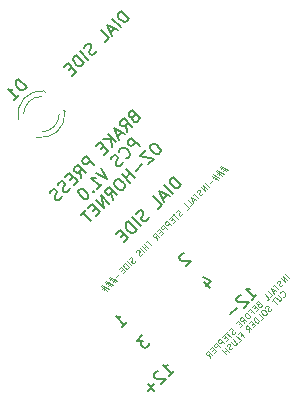
<source format=gbr>
%TF.GenerationSoftware,KiCad,Pcbnew,7.0.9*%
%TF.CreationDate,2024-01-20T09:14:40+10:00*%
%TF.ProjectId,BRAKE-PRES-V01,4252414b-452d-4505-9245-532d5630312e,rev?*%
%TF.SameCoordinates,Original*%
%TF.FileFunction,Legend,Bot*%
%TF.FilePolarity,Positive*%
%FSLAX46Y46*%
G04 Gerber Fmt 4.6, Leading zero omitted, Abs format (unit mm)*
G04 Created by KiCad (PCBNEW 7.0.9) date 2024-01-20 09:14:40*
%MOMM*%
%LPD*%
G01*
G04 APERTURE LIST*
%ADD10C,0.150000*%
%ADD11C,0.100000*%
%ADD12C,0.120000*%
G04 APERTURE END LIST*
D10*
X105750200Y-83328796D02*
X105312468Y-83766529D01*
X105312468Y-83766529D02*
X105817544Y-83800201D01*
X105817544Y-83800201D02*
X105716529Y-83901216D01*
X105716529Y-83901216D02*
X105682857Y-84002231D01*
X105682857Y-84002231D02*
X105682857Y-84069575D01*
X105682857Y-84069575D02*
X105716529Y-84170590D01*
X105716529Y-84170590D02*
X105884887Y-84338949D01*
X105884887Y-84338949D02*
X105985903Y-84372621D01*
X105985903Y-84372621D02*
X106053246Y-84372621D01*
X106053246Y-84372621D02*
X106154261Y-84338949D01*
X106154261Y-84338949D02*
X106356292Y-84136918D01*
X106356292Y-84136918D02*
X106389964Y-84035903D01*
X106389964Y-84035903D02*
X106389964Y-83968560D01*
X105023656Y-64825008D02*
X104956313Y-64959695D01*
X104956313Y-64959695D02*
X104956313Y-65027038D01*
X104956313Y-65027038D02*
X104989984Y-65128053D01*
X104989984Y-65128053D02*
X105091000Y-65229069D01*
X105091000Y-65229069D02*
X105192015Y-65262740D01*
X105192015Y-65262740D02*
X105259358Y-65262740D01*
X105259358Y-65262740D02*
X105360374Y-65229069D01*
X105360374Y-65229069D02*
X105629748Y-64959695D01*
X105629748Y-64959695D02*
X104922641Y-64252588D01*
X104922641Y-64252588D02*
X104686939Y-64488290D01*
X104686939Y-64488290D02*
X104653267Y-64589305D01*
X104653267Y-64589305D02*
X104653267Y-64656649D01*
X104653267Y-64656649D02*
X104686939Y-64757664D01*
X104686939Y-64757664D02*
X104754282Y-64825008D01*
X104754282Y-64825008D02*
X104855297Y-64858679D01*
X104855297Y-64858679D02*
X104922641Y-64858679D01*
X104922641Y-64858679D02*
X105023656Y-64825008D01*
X105023656Y-64825008D02*
X105259358Y-64589305D01*
X104518580Y-66070862D02*
X104417565Y-65498443D01*
X104922641Y-65666801D02*
X104215534Y-64959695D01*
X104215534Y-64959695D02*
X103946160Y-65229069D01*
X103946160Y-65229069D02*
X103912488Y-65330084D01*
X103912488Y-65330084D02*
X103912488Y-65397427D01*
X103912488Y-65397427D02*
X103946160Y-65498443D01*
X103946160Y-65498443D02*
X104047175Y-65599458D01*
X104047175Y-65599458D02*
X104148191Y-65633130D01*
X104148191Y-65633130D02*
X104215534Y-65633130D01*
X104215534Y-65633130D02*
X104316549Y-65599458D01*
X104316549Y-65599458D02*
X104585923Y-65330084D01*
X104047175Y-66138206D02*
X103710458Y-66474923D01*
X104316549Y-66272893D02*
X103373740Y-65801488D01*
X103373740Y-65801488D02*
X103845145Y-66744297D01*
X103609442Y-66980000D02*
X102902336Y-66272893D01*
X103205381Y-67384061D02*
X103104366Y-66676954D01*
X102498275Y-66676954D02*
X103306397Y-66676954D01*
X102531946Y-67316717D02*
X102296244Y-67552420D01*
X102565618Y-68023824D02*
X102902336Y-67687107D01*
X102902336Y-67687107D02*
X102195229Y-66980000D01*
X102195229Y-66980000D02*
X101858511Y-67316717D01*
X101723824Y-68865618D02*
X101016717Y-68158511D01*
X101016717Y-68158511D02*
X100747343Y-68427885D01*
X100747343Y-68427885D02*
X100713672Y-68528901D01*
X100713672Y-68528901D02*
X100713672Y-68596244D01*
X100713672Y-68596244D02*
X100747343Y-68697259D01*
X100747343Y-68697259D02*
X100848359Y-68798275D01*
X100848359Y-68798275D02*
X100949374Y-68831946D01*
X100949374Y-68831946D02*
X101016717Y-68831946D01*
X101016717Y-68831946D02*
X101117733Y-68798275D01*
X101117733Y-68798275D02*
X101387107Y-68528901D01*
X100612656Y-69976786D02*
X100511641Y-69404366D01*
X101016717Y-69572725D02*
X100309611Y-68865618D01*
X100309611Y-68865618D02*
X100040237Y-69134992D01*
X100040237Y-69134992D02*
X100006565Y-69236007D01*
X100006565Y-69236007D02*
X100006565Y-69303351D01*
X100006565Y-69303351D02*
X100040237Y-69404366D01*
X100040237Y-69404366D02*
X100141252Y-69505381D01*
X100141252Y-69505381D02*
X100242267Y-69539053D01*
X100242267Y-69539053D02*
X100309611Y-69539053D01*
X100309611Y-69539053D02*
X100410626Y-69505381D01*
X100410626Y-69505381D02*
X100680000Y-69236007D01*
X99939221Y-69909442D02*
X99703519Y-70145145D01*
X99972893Y-70616549D02*
X100309611Y-70279832D01*
X100309611Y-70279832D02*
X99602504Y-69572725D01*
X99602504Y-69572725D02*
X99265786Y-69909442D01*
X99669847Y-70852252D02*
X99602504Y-70986939D01*
X99602504Y-70986939D02*
X99434145Y-71155297D01*
X99434145Y-71155297D02*
X99333130Y-71188969D01*
X99333130Y-71188969D02*
X99265786Y-71188969D01*
X99265786Y-71188969D02*
X99164771Y-71155297D01*
X99164771Y-71155297D02*
X99097427Y-71087954D01*
X99097427Y-71087954D02*
X99063756Y-70986939D01*
X99063756Y-70986939D02*
X99063756Y-70919595D01*
X99063756Y-70919595D02*
X99097427Y-70818580D01*
X99097427Y-70818580D02*
X99198443Y-70650221D01*
X99198443Y-70650221D02*
X99232114Y-70549206D01*
X99232114Y-70549206D02*
X99232114Y-70481862D01*
X99232114Y-70481862D02*
X99198443Y-70380847D01*
X99198443Y-70380847D02*
X99131099Y-70313504D01*
X99131099Y-70313504D02*
X99030084Y-70279832D01*
X99030084Y-70279832D02*
X98962740Y-70279832D01*
X98962740Y-70279832D02*
X98861725Y-70313504D01*
X98861725Y-70313504D02*
X98693366Y-70481862D01*
X98693366Y-70481862D02*
X98626023Y-70616549D01*
X98996412Y-71525687D02*
X98929069Y-71660374D01*
X98929069Y-71660374D02*
X98760710Y-71828732D01*
X98760710Y-71828732D02*
X98659695Y-71862404D01*
X98659695Y-71862404D02*
X98592351Y-71862404D01*
X98592351Y-71862404D02*
X98491336Y-71828732D01*
X98491336Y-71828732D02*
X98423992Y-71761389D01*
X98423992Y-71761389D02*
X98390321Y-71660374D01*
X98390321Y-71660374D02*
X98390321Y-71593030D01*
X98390321Y-71593030D02*
X98423992Y-71492015D01*
X98423992Y-71492015D02*
X98525008Y-71323656D01*
X98525008Y-71323656D02*
X98558679Y-71222641D01*
X98558679Y-71222641D02*
X98558679Y-71155297D01*
X98558679Y-71155297D02*
X98525008Y-71054282D01*
X98525008Y-71054282D02*
X98457664Y-70986939D01*
X98457664Y-70986939D02*
X98356649Y-70953267D01*
X98356649Y-70953267D02*
X98289305Y-70953267D01*
X98289305Y-70953267D02*
X98188290Y-70986939D01*
X98188290Y-70986939D02*
X98019931Y-71155297D01*
X98019931Y-71155297D02*
X97952588Y-71289984D01*
X105572842Y-67293484D02*
X104865735Y-66586378D01*
X104865735Y-66586378D02*
X104596361Y-66855752D01*
X104596361Y-66855752D02*
X104562689Y-66956767D01*
X104562689Y-66956767D02*
X104562689Y-67024110D01*
X104562689Y-67024110D02*
X104596361Y-67125126D01*
X104596361Y-67125126D02*
X104697376Y-67226141D01*
X104697376Y-67226141D02*
X104798392Y-67259813D01*
X104798392Y-67259813D02*
X104865735Y-67259813D01*
X104865735Y-67259813D02*
X104966750Y-67226141D01*
X104966750Y-67226141D02*
X105236124Y-66956767D01*
X104394331Y-68337309D02*
X104461674Y-68337309D01*
X104461674Y-68337309D02*
X104596361Y-68269965D01*
X104596361Y-68269965D02*
X104663705Y-68202622D01*
X104663705Y-68202622D02*
X104731048Y-68067935D01*
X104731048Y-68067935D02*
X104731048Y-67933248D01*
X104731048Y-67933248D02*
X104697376Y-67832232D01*
X104697376Y-67832232D02*
X104596361Y-67663874D01*
X104596361Y-67663874D02*
X104495346Y-67562858D01*
X104495346Y-67562858D02*
X104326987Y-67461843D01*
X104326987Y-67461843D02*
X104225972Y-67428171D01*
X104225972Y-67428171D02*
X104091285Y-67428171D01*
X104091285Y-67428171D02*
X103956598Y-67495515D01*
X103956598Y-67495515D02*
X103889254Y-67562858D01*
X103889254Y-67562858D02*
X103821911Y-67697545D01*
X103821911Y-67697545D02*
X103821911Y-67764889D01*
X104158628Y-68640354D02*
X104091285Y-68775041D01*
X104091285Y-68775041D02*
X103922926Y-68943400D01*
X103922926Y-68943400D02*
X103821911Y-68977072D01*
X103821911Y-68977072D02*
X103754567Y-68977072D01*
X103754567Y-68977072D02*
X103653552Y-68943400D01*
X103653552Y-68943400D02*
X103586209Y-68876057D01*
X103586209Y-68876057D02*
X103552537Y-68775041D01*
X103552537Y-68775041D02*
X103552537Y-68707698D01*
X103552537Y-68707698D02*
X103586209Y-68606683D01*
X103586209Y-68606683D02*
X103687224Y-68438324D01*
X103687224Y-68438324D02*
X103720896Y-68337309D01*
X103720896Y-68337309D02*
X103720896Y-68269965D01*
X103720896Y-68269965D02*
X103687224Y-68168950D01*
X103687224Y-68168950D02*
X103619880Y-68101606D01*
X103619880Y-68101606D02*
X103518865Y-68067935D01*
X103518865Y-68067935D02*
X103451522Y-68067935D01*
X103451522Y-68067935D02*
X103350506Y-68101606D01*
X103350506Y-68101606D02*
X103182148Y-68269965D01*
X103182148Y-68269965D02*
X103114804Y-68404652D01*
X102340354Y-69111759D02*
X102811758Y-70054568D01*
X102811758Y-70054568D02*
X101868949Y-69583164D01*
X101969964Y-70896362D02*
X102374025Y-70492301D01*
X102171995Y-70694332D02*
X101464888Y-69987225D01*
X101464888Y-69987225D02*
X101633247Y-70020897D01*
X101633247Y-70020897D02*
X101767934Y-70020897D01*
X101767934Y-70020897D02*
X101868949Y-69987225D01*
X101599575Y-71132064D02*
X101599575Y-71199408D01*
X101599575Y-71199408D02*
X101666918Y-71199408D01*
X101666918Y-71199408D02*
X101666918Y-71132064D01*
X101666918Y-71132064D02*
X101599575Y-71132064D01*
X101599575Y-71132064D02*
X101666918Y-71199408D01*
X100488407Y-70963705D02*
X100421064Y-71031049D01*
X100421064Y-71031049D02*
X100387392Y-71132064D01*
X100387392Y-71132064D02*
X100387392Y-71199408D01*
X100387392Y-71199408D02*
X100421064Y-71300423D01*
X100421064Y-71300423D02*
X100522079Y-71468782D01*
X100522079Y-71468782D02*
X100690438Y-71637140D01*
X100690438Y-71637140D02*
X100858797Y-71738156D01*
X100858797Y-71738156D02*
X100959812Y-71771827D01*
X100959812Y-71771827D02*
X101027155Y-71771827D01*
X101027155Y-71771827D02*
X101128171Y-71738156D01*
X101128171Y-71738156D02*
X101195514Y-71670812D01*
X101195514Y-71670812D02*
X101229186Y-71569797D01*
X101229186Y-71569797D02*
X101229186Y-71502453D01*
X101229186Y-71502453D02*
X101195514Y-71401438D01*
X101195514Y-71401438D02*
X101094499Y-71233079D01*
X101094499Y-71233079D02*
X100926140Y-71064721D01*
X100926140Y-71064721D02*
X100757781Y-70963705D01*
X100757781Y-70963705D02*
X100656766Y-70930034D01*
X100656766Y-70930034D02*
X100589423Y-70930034D01*
X100589423Y-70930034D02*
X100488407Y-70963705D01*
X106610269Y-67118728D02*
X106475582Y-67253415D01*
X106475582Y-67253415D02*
X106441910Y-67354430D01*
X106441910Y-67354430D02*
X106441910Y-67489117D01*
X106441910Y-67489117D02*
X106542925Y-67657476D01*
X106542925Y-67657476D02*
X106778627Y-67893178D01*
X106778627Y-67893178D02*
X106946986Y-67994194D01*
X106946986Y-67994194D02*
X107081673Y-67994194D01*
X107081673Y-67994194D02*
X107182688Y-67960522D01*
X107182688Y-67960522D02*
X107317375Y-67825835D01*
X107317375Y-67825835D02*
X107351047Y-67724820D01*
X107351047Y-67724820D02*
X107351047Y-67590133D01*
X107351047Y-67590133D02*
X107250032Y-67421774D01*
X107250032Y-67421774D02*
X107014330Y-67186072D01*
X107014330Y-67186072D02*
X106845971Y-67085056D01*
X106845971Y-67085056D02*
X106711284Y-67085056D01*
X106711284Y-67085056D02*
X106610269Y-67118728D01*
X106071521Y-67657476D02*
X105600116Y-68128881D01*
X105600116Y-68128881D02*
X106778627Y-68364583D01*
X106778627Y-68364583D02*
X106307223Y-68835987D01*
X105768475Y-68835987D02*
X105229727Y-69374735D01*
X105162383Y-69980827D02*
X104455277Y-69273720D01*
X104791994Y-69610438D02*
X104387933Y-70014499D01*
X104758322Y-70384888D02*
X104051216Y-69677781D01*
X103579811Y-70149186D02*
X103445124Y-70283873D01*
X103445124Y-70283873D02*
X103411452Y-70384888D01*
X103411452Y-70384888D02*
X103411452Y-70519575D01*
X103411452Y-70519575D02*
X103512468Y-70687934D01*
X103512468Y-70687934D02*
X103748170Y-70923636D01*
X103748170Y-70923636D02*
X103916529Y-71024651D01*
X103916529Y-71024651D02*
X104051216Y-71024651D01*
X104051216Y-71024651D02*
X104152231Y-70990979D01*
X104152231Y-70990979D02*
X104286918Y-70856292D01*
X104286918Y-70856292D02*
X104320590Y-70755277D01*
X104320590Y-70755277D02*
X104320590Y-70620590D01*
X104320590Y-70620590D02*
X104219574Y-70452231D01*
X104219574Y-70452231D02*
X103983872Y-70216529D01*
X103983872Y-70216529D02*
X103815513Y-70115514D01*
X103815513Y-70115514D02*
X103680826Y-70115514D01*
X103680826Y-70115514D02*
X103579811Y-70149186D01*
X103276765Y-71866445D02*
X103175750Y-71294025D01*
X103680826Y-71462384D02*
X102973720Y-70755277D01*
X102973720Y-70755277D02*
X102704346Y-71024651D01*
X102704346Y-71024651D02*
X102670674Y-71125666D01*
X102670674Y-71125666D02*
X102670674Y-71193010D01*
X102670674Y-71193010D02*
X102704346Y-71294025D01*
X102704346Y-71294025D02*
X102805361Y-71395040D01*
X102805361Y-71395040D02*
X102906376Y-71428712D01*
X102906376Y-71428712D02*
X102973720Y-71428712D01*
X102973720Y-71428712D02*
X103074735Y-71395040D01*
X103074735Y-71395040D02*
X103344109Y-71125666D01*
X102973720Y-72169491D02*
X102266613Y-71462384D01*
X102266613Y-71462384D02*
X102569659Y-72573552D01*
X102569659Y-72573552D02*
X101862552Y-71866445D01*
X101862552Y-72539880D02*
X101626850Y-72775582D01*
X101896224Y-73246987D02*
X102232941Y-72910269D01*
X102232941Y-72910269D02*
X101525834Y-72203162D01*
X101525834Y-72203162D02*
X101189117Y-72539880D01*
X100987086Y-72741910D02*
X100583025Y-73145971D01*
X101492163Y-73651048D02*
X100785056Y-72943941D01*
X109089183Y-70607795D02*
X108382076Y-69900688D01*
X108382076Y-69900688D02*
X108213718Y-70069047D01*
X108213718Y-70069047D02*
X108146374Y-70203734D01*
X108146374Y-70203734D02*
X108146374Y-70338421D01*
X108146374Y-70338421D02*
X108180046Y-70439436D01*
X108180046Y-70439436D02*
X108281061Y-70607795D01*
X108281061Y-70607795D02*
X108382076Y-70708810D01*
X108382076Y-70708810D02*
X108550435Y-70809826D01*
X108550435Y-70809826D02*
X108651450Y-70843497D01*
X108651450Y-70843497D02*
X108786137Y-70843497D01*
X108786137Y-70843497D02*
X108920824Y-70776154D01*
X108920824Y-70776154D02*
X109089183Y-70607795D01*
X108382076Y-71314902D02*
X107674969Y-70607795D01*
X107877000Y-71415917D02*
X107540283Y-71752634D01*
X108146374Y-71550604D02*
X107203565Y-71079199D01*
X107203565Y-71079199D02*
X107674970Y-72022008D01*
X107102550Y-72594428D02*
X107439267Y-72257711D01*
X107439267Y-72257711D02*
X106732161Y-71550604D01*
X106328099Y-73301535D02*
X106260756Y-73436222D01*
X106260756Y-73436222D02*
X106092397Y-73604581D01*
X106092397Y-73604581D02*
X105991382Y-73638253D01*
X105991382Y-73638253D02*
X105924038Y-73638253D01*
X105924038Y-73638253D02*
X105823023Y-73604581D01*
X105823023Y-73604581D02*
X105755680Y-73537238D01*
X105755680Y-73537238D02*
X105722008Y-73436222D01*
X105722008Y-73436222D02*
X105722008Y-73368879D01*
X105722008Y-73368879D02*
X105755680Y-73267864D01*
X105755680Y-73267864D02*
X105856695Y-73099505D01*
X105856695Y-73099505D02*
X105890367Y-72998490D01*
X105890367Y-72998490D02*
X105890367Y-72931146D01*
X105890367Y-72931146D02*
X105856695Y-72830131D01*
X105856695Y-72830131D02*
X105789351Y-72762787D01*
X105789351Y-72762787D02*
X105688336Y-72729116D01*
X105688336Y-72729116D02*
X105620993Y-72729116D01*
X105620993Y-72729116D02*
X105519977Y-72762787D01*
X105519977Y-72762787D02*
X105351619Y-72931146D01*
X105351619Y-72931146D02*
X105284275Y-73065833D01*
X105654664Y-74042314D02*
X104947558Y-73335207D01*
X105317947Y-74379031D02*
X104610840Y-73671924D01*
X104610840Y-73671924D02*
X104442482Y-73840283D01*
X104442482Y-73840283D02*
X104375138Y-73974970D01*
X104375138Y-73974970D02*
X104375138Y-74109657D01*
X104375138Y-74109657D02*
X104408810Y-74210672D01*
X104408810Y-74210672D02*
X104509825Y-74379031D01*
X104509825Y-74379031D02*
X104610840Y-74480046D01*
X104610840Y-74480046D02*
X104779199Y-74581062D01*
X104779199Y-74581062D02*
X104880214Y-74614733D01*
X104880214Y-74614733D02*
X105014901Y-74614733D01*
X105014901Y-74614733D02*
X105149588Y-74547390D01*
X105149588Y-74547390D02*
X105317947Y-74379031D01*
X104240451Y-74715749D02*
X104004749Y-74951451D01*
X104274123Y-75422855D02*
X104610840Y-75086138D01*
X104610840Y-75086138D02*
X103903734Y-74379031D01*
X103903734Y-74379031D02*
X103567016Y-74715749D01*
X115044025Y-80299186D02*
X115448086Y-79895125D01*
X115246055Y-80097155D02*
X114538948Y-79390048D01*
X114538948Y-79390048D02*
X114707307Y-79423720D01*
X114707307Y-79423720D02*
X114841994Y-79423720D01*
X114841994Y-79423720D02*
X114943009Y-79390048D01*
X114134887Y-79928797D02*
X114067544Y-79928797D01*
X114067544Y-79928797D02*
X113966528Y-79962468D01*
X113966528Y-79962468D02*
X113798170Y-80130827D01*
X113798170Y-80130827D02*
X113764498Y-80231842D01*
X113764498Y-80231842D02*
X113764498Y-80299186D01*
X113764498Y-80299186D02*
X113798170Y-80400201D01*
X113798170Y-80400201D02*
X113865513Y-80467545D01*
X113865513Y-80467545D02*
X114000200Y-80534888D01*
X114000200Y-80534888D02*
X114808322Y-80534888D01*
X114808322Y-80534888D02*
X114370589Y-80972621D01*
X113798170Y-81006293D02*
X113259422Y-81545041D01*
X108044025Y-86749186D02*
X108448086Y-86345125D01*
X108246055Y-86547155D02*
X107538948Y-85840048D01*
X107538948Y-85840048D02*
X107707307Y-85873720D01*
X107707307Y-85873720D02*
X107841994Y-85873720D01*
X107841994Y-85873720D02*
X107943009Y-85840048D01*
X107134887Y-86378797D02*
X107067544Y-86378797D01*
X107067544Y-86378797D02*
X106966528Y-86412468D01*
X106966528Y-86412468D02*
X106798170Y-86580827D01*
X106798170Y-86580827D02*
X106764498Y-86681842D01*
X106764498Y-86681842D02*
X106764498Y-86749186D01*
X106764498Y-86749186D02*
X106798170Y-86850201D01*
X106798170Y-86850201D02*
X106865513Y-86917545D01*
X106865513Y-86917545D02*
X107000200Y-86984888D01*
X107000200Y-86984888D02*
X107808322Y-86984888D01*
X107808322Y-86984888D02*
X107370589Y-87422621D01*
X106798170Y-87456293D02*
X106259422Y-87995041D01*
X106798170Y-87995041D02*
X106259422Y-87456293D01*
D11*
X112734375Y-69013986D02*
X112481837Y-69266525D01*
X112481837Y-68963479D02*
X113037421Y-69317032D01*
X112667032Y-69384376D02*
X112919570Y-69131838D01*
X112919570Y-69434883D02*
X112363986Y-69081330D01*
X112380822Y-69367540D02*
X112128284Y-69620078D01*
X112128284Y-69317032D02*
X112683868Y-69670586D01*
X112313478Y-69737929D02*
X112566016Y-69485391D01*
X112566016Y-69788437D02*
X112010433Y-69434883D01*
X112027268Y-69721093D02*
X111774730Y-69973631D01*
X111774730Y-69670586D02*
X112330314Y-70024139D01*
X111959925Y-70091482D02*
X112212463Y-69838944D01*
X112212463Y-70141990D02*
X111656879Y-69788437D01*
X111757894Y-70192498D02*
X111488520Y-70461872D01*
X111454848Y-70764918D02*
X111101295Y-70411364D01*
X111286490Y-70933276D02*
X110932936Y-70579723D01*
X110932936Y-70579723D02*
X111084459Y-71135307D01*
X111084459Y-71135307D02*
X110730906Y-70781753D01*
X110916100Y-71269994D02*
X110882428Y-71337338D01*
X110882428Y-71337338D02*
X110798249Y-71421517D01*
X110798249Y-71421517D02*
X110747741Y-71438353D01*
X110747741Y-71438353D02*
X110714070Y-71438353D01*
X110714070Y-71438353D02*
X110663562Y-71421517D01*
X110663562Y-71421517D02*
X110629890Y-71387845D01*
X110629890Y-71387845D02*
X110613054Y-71337338D01*
X110613054Y-71337338D02*
X110613054Y-71303666D01*
X110613054Y-71303666D02*
X110629890Y-71253158D01*
X110629890Y-71253158D02*
X110680398Y-71168979D01*
X110680398Y-71168979D02*
X110697234Y-71118471D01*
X110697234Y-71118471D02*
X110697234Y-71084800D01*
X110697234Y-71084800D02*
X110680398Y-71034292D01*
X110680398Y-71034292D02*
X110646726Y-71000620D01*
X110646726Y-71000620D02*
X110596219Y-70983784D01*
X110596219Y-70983784D02*
X110562547Y-70983784D01*
X110562547Y-70983784D02*
X110512039Y-71000620D01*
X110512039Y-71000620D02*
X110427860Y-71084800D01*
X110427860Y-71084800D02*
X110394188Y-71152143D01*
X110276337Y-71236322D02*
X110074307Y-71438353D01*
X110528875Y-71690891D02*
X110175322Y-71337337D01*
X110225830Y-71791906D02*
X110057471Y-71960265D01*
X110360517Y-71859249D02*
X109889112Y-71623547D01*
X109889112Y-71623547D02*
X110124815Y-72094952D01*
X109838605Y-72381161D02*
X110006964Y-72212802D01*
X110006964Y-72212802D02*
X109653410Y-71859249D01*
X109552395Y-72667371D02*
X109720754Y-72499012D01*
X109720754Y-72499012D02*
X109367200Y-72145459D01*
X109165170Y-73020924D02*
X109131498Y-73088268D01*
X109131498Y-73088268D02*
X109047319Y-73172447D01*
X109047319Y-73172447D02*
X108996811Y-73189283D01*
X108996811Y-73189283D02*
X108963140Y-73189283D01*
X108963140Y-73189283D02*
X108912632Y-73172447D01*
X108912632Y-73172447D02*
X108878960Y-73138775D01*
X108878960Y-73138775D02*
X108862124Y-73088268D01*
X108862124Y-73088268D02*
X108862124Y-73054596D01*
X108862124Y-73054596D02*
X108878960Y-73004088D01*
X108878960Y-73004088D02*
X108929468Y-72919909D01*
X108929468Y-72919909D02*
X108946304Y-72869401D01*
X108946304Y-72869401D02*
X108946304Y-72835730D01*
X108946304Y-72835730D02*
X108929468Y-72785222D01*
X108929468Y-72785222D02*
X108895796Y-72751550D01*
X108895796Y-72751550D02*
X108845289Y-72734714D01*
X108845289Y-72734714D02*
X108811617Y-72734714D01*
X108811617Y-72734714D02*
X108761109Y-72751550D01*
X108761109Y-72751550D02*
X108676930Y-72835730D01*
X108676930Y-72835730D02*
X108643258Y-72903073D01*
X108525407Y-72987252D02*
X108323377Y-73189283D01*
X108777945Y-73441821D02*
X108424392Y-73088267D01*
X108373885Y-73475492D02*
X108256033Y-73593343D01*
X108390720Y-73829046D02*
X108559079Y-73660687D01*
X108559079Y-73660687D02*
X108205526Y-73307134D01*
X108205526Y-73307134D02*
X108037167Y-73475492D01*
X108239198Y-73980569D02*
X107885644Y-73627015D01*
X107885644Y-73627015D02*
X107750957Y-73761702D01*
X107750957Y-73761702D02*
X107734121Y-73812210D01*
X107734121Y-73812210D02*
X107734121Y-73845882D01*
X107734121Y-73845882D02*
X107750957Y-73896389D01*
X107750957Y-73896389D02*
X107801465Y-73946897D01*
X107801465Y-73946897D02*
X107851972Y-73963733D01*
X107851972Y-73963733D02*
X107885644Y-73963733D01*
X107885644Y-73963733D02*
X107936152Y-73946897D01*
X107936152Y-73946897D02*
X108070839Y-73812210D01*
X107885644Y-74334122D02*
X107532091Y-73980569D01*
X107532091Y-73980569D02*
X107397404Y-74115256D01*
X107397404Y-74115256D02*
X107380568Y-74165763D01*
X107380568Y-74165763D02*
X107380568Y-74199435D01*
X107380568Y-74199435D02*
X107397404Y-74249943D01*
X107397404Y-74249943D02*
X107447911Y-74300450D01*
X107447911Y-74300450D02*
X107498419Y-74317286D01*
X107498419Y-74317286D02*
X107532091Y-74317286D01*
X107532091Y-74317286D02*
X107582598Y-74300450D01*
X107582598Y-74300450D02*
X107717285Y-74165763D01*
X107346896Y-74502481D02*
X107229045Y-74620332D01*
X107363732Y-74856034D02*
X107532091Y-74687675D01*
X107532091Y-74687675D02*
X107178537Y-74334122D01*
X107178537Y-74334122D02*
X107010179Y-74502481D01*
X107010179Y-75209588D02*
X106959671Y-74923378D01*
X107212209Y-75007557D02*
X106858656Y-74654004D01*
X106858656Y-74654004D02*
X106723969Y-74788691D01*
X106723969Y-74788691D02*
X106707133Y-74839198D01*
X106707133Y-74839198D02*
X106707133Y-74872870D01*
X106707133Y-74872870D02*
X106723969Y-74923378D01*
X106723969Y-74923378D02*
X106774476Y-74973885D01*
X106774476Y-74973885D02*
X106824984Y-74990721D01*
X106824984Y-74990721D02*
X106858656Y-74990721D01*
X106858656Y-74990721D02*
X106909163Y-74973885D01*
X106909163Y-74973885D02*
X107043850Y-74839198D01*
X106286236Y-75226423D02*
X106084206Y-75428454D01*
X106538774Y-75680992D02*
X106185221Y-75327438D01*
X106319908Y-75899858D02*
X105966355Y-75546305D01*
X106134714Y-75714663D02*
X105932683Y-75916694D01*
X106117878Y-76101888D02*
X105764324Y-75748335D01*
X105949519Y-76270248D02*
X105595965Y-75916694D01*
X105781160Y-76404934D02*
X105747488Y-76472278D01*
X105747488Y-76472278D02*
X105663309Y-76556457D01*
X105663309Y-76556457D02*
X105612801Y-76573293D01*
X105612801Y-76573293D02*
X105579130Y-76573293D01*
X105579130Y-76573293D02*
X105528622Y-76556457D01*
X105528622Y-76556457D02*
X105494950Y-76522785D01*
X105494950Y-76522785D02*
X105478114Y-76472278D01*
X105478114Y-76472278D02*
X105478114Y-76438606D01*
X105478114Y-76438606D02*
X105494950Y-76388098D01*
X105494950Y-76388098D02*
X105545458Y-76303919D01*
X105545458Y-76303919D02*
X105562294Y-76253411D01*
X105562294Y-76253411D02*
X105562294Y-76219740D01*
X105562294Y-76219740D02*
X105545458Y-76169232D01*
X105545458Y-76169232D02*
X105511786Y-76135560D01*
X105511786Y-76135560D02*
X105461278Y-76118724D01*
X105461278Y-76118724D02*
X105427607Y-76118724D01*
X105427607Y-76118724D02*
X105377099Y-76135560D01*
X105377099Y-76135560D02*
X105292920Y-76219740D01*
X105292920Y-76219740D02*
X105259248Y-76287083D01*
X105175069Y-77011025D02*
X105141397Y-77078369D01*
X105141397Y-77078369D02*
X105057218Y-77162548D01*
X105057218Y-77162548D02*
X105006710Y-77179384D01*
X105006710Y-77179384D02*
X104973039Y-77179384D01*
X104973039Y-77179384D02*
X104922531Y-77162548D01*
X104922531Y-77162548D02*
X104888859Y-77128876D01*
X104888859Y-77128876D02*
X104872023Y-77078369D01*
X104872023Y-77078369D02*
X104872023Y-77044697D01*
X104872023Y-77044697D02*
X104888859Y-76994189D01*
X104888859Y-76994189D02*
X104939367Y-76910010D01*
X104939367Y-76910010D02*
X104956203Y-76859502D01*
X104956203Y-76859502D02*
X104956203Y-76825831D01*
X104956203Y-76825831D02*
X104939367Y-76775323D01*
X104939367Y-76775323D02*
X104905695Y-76741651D01*
X104905695Y-76741651D02*
X104855187Y-76724815D01*
X104855187Y-76724815D02*
X104821516Y-76724815D01*
X104821516Y-76724815D02*
X104771008Y-76741651D01*
X104771008Y-76741651D02*
X104686829Y-76825831D01*
X104686829Y-76825831D02*
X104653157Y-76893174D01*
X104838352Y-77381414D02*
X104484799Y-77027861D01*
X104669993Y-77549773D02*
X104316440Y-77196219D01*
X104316440Y-77196219D02*
X104232261Y-77280399D01*
X104232261Y-77280399D02*
X104198589Y-77347742D01*
X104198589Y-77347742D02*
X104198589Y-77415086D01*
X104198589Y-77415086D02*
X104215425Y-77465593D01*
X104215425Y-77465593D02*
X104265932Y-77549773D01*
X104265932Y-77549773D02*
X104316440Y-77600280D01*
X104316440Y-77600280D02*
X104400619Y-77650788D01*
X104400619Y-77650788D02*
X104451127Y-77667624D01*
X104451127Y-77667624D02*
X104518470Y-77667624D01*
X104518470Y-77667624D02*
X104585814Y-77633952D01*
X104585814Y-77633952D02*
X104669993Y-77549773D01*
X104131245Y-77718132D02*
X104013394Y-77835983D01*
X104148081Y-78071685D02*
X104316440Y-77903326D01*
X104316440Y-77903326D02*
X103962887Y-77549773D01*
X103962887Y-77549773D02*
X103794528Y-77718132D01*
X103861871Y-78088521D02*
X103592497Y-78357895D01*
X103339959Y-78408403D02*
X103087421Y-78660941D01*
X103087421Y-78357895D02*
X103643005Y-78711449D01*
X103272615Y-78778792D02*
X103525154Y-78526254D01*
X103525154Y-78829300D02*
X102969570Y-78475746D01*
X102986405Y-78761956D02*
X102733867Y-79014494D01*
X102733867Y-78711449D02*
X103289451Y-79065002D01*
X102919062Y-79132345D02*
X103171600Y-78879807D01*
X103171600Y-79182853D02*
X102616016Y-78829300D01*
X102632852Y-79115510D02*
X102380314Y-79368048D01*
X102380314Y-79065002D02*
X102935898Y-79418555D01*
X102565509Y-79485899D02*
X102818047Y-79233361D01*
X102818047Y-79536406D02*
X102262463Y-79182853D01*
D10*
X104069574Y-82623636D02*
X104473635Y-82219575D01*
X104271605Y-82421605D02*
X103564498Y-81714499D01*
X103564498Y-81714499D02*
X103732857Y-81748170D01*
X103732857Y-81748170D02*
X103867544Y-81748170D01*
X103867544Y-81748170D02*
X103968559Y-81714499D01*
D11*
X118234029Y-78466517D02*
X117880476Y-78112964D01*
X118065671Y-78634876D02*
X117712117Y-78281322D01*
X117712117Y-78281322D02*
X117863640Y-78836906D01*
X117863640Y-78836906D02*
X117510087Y-78483353D01*
X117695281Y-78971593D02*
X117661609Y-79038937D01*
X117661609Y-79038937D02*
X117577430Y-79123116D01*
X117577430Y-79123116D02*
X117526922Y-79139952D01*
X117526922Y-79139952D02*
X117493250Y-79139952D01*
X117493250Y-79139952D02*
X117442743Y-79123116D01*
X117442743Y-79123116D02*
X117409071Y-79089445D01*
X117409071Y-79089445D02*
X117392235Y-79038937D01*
X117392235Y-79038937D02*
X117392235Y-79005265D01*
X117392235Y-79005265D02*
X117409071Y-78954758D01*
X117409071Y-78954758D02*
X117459579Y-78870578D01*
X117459579Y-78870578D02*
X117476415Y-78820071D01*
X117476415Y-78820071D02*
X117476415Y-78786399D01*
X117476415Y-78786399D02*
X117459579Y-78735891D01*
X117459579Y-78735891D02*
X117425907Y-78702219D01*
X117425907Y-78702219D02*
X117375399Y-78685384D01*
X117375399Y-78685384D02*
X117341728Y-78685384D01*
X117341728Y-78685384D02*
X117291220Y-78702219D01*
X117291220Y-78702219D02*
X117207041Y-78786399D01*
X117207041Y-78786399D02*
X117173369Y-78853742D01*
X117055518Y-78937921D02*
X116853488Y-79139952D01*
X117308056Y-79392490D02*
X116954503Y-79038937D01*
X117005011Y-79493505D02*
X116836652Y-79661864D01*
X117139698Y-79560848D02*
X116668293Y-79325146D01*
X116668293Y-79325146D02*
X116903995Y-79796551D01*
X116617786Y-80082760D02*
X116786145Y-79914402D01*
X116786145Y-79914402D02*
X116432591Y-79560848D01*
X116331576Y-80368970D02*
X116499935Y-80200612D01*
X116499935Y-80200612D02*
X116146381Y-79847058D01*
X115641305Y-80688852D02*
X115607633Y-80756195D01*
X115607633Y-80756195D02*
X115607633Y-80789867D01*
X115607633Y-80789867D02*
X115624469Y-80840375D01*
X115624469Y-80840375D02*
X115674977Y-80890882D01*
X115674977Y-80890882D02*
X115725485Y-80907718D01*
X115725485Y-80907718D02*
X115759156Y-80907718D01*
X115759156Y-80907718D02*
X115809664Y-80890882D01*
X115809664Y-80890882D02*
X115944351Y-80756195D01*
X115944351Y-80756195D02*
X115590798Y-80402642D01*
X115590798Y-80402642D02*
X115472946Y-80520493D01*
X115472946Y-80520493D02*
X115456111Y-80571001D01*
X115456111Y-80571001D02*
X115456111Y-80604672D01*
X115456111Y-80604672D02*
X115472946Y-80655180D01*
X115472946Y-80655180D02*
X115506618Y-80688852D01*
X115506618Y-80688852D02*
X115557126Y-80705688D01*
X115557126Y-80705688D02*
X115590798Y-80705688D01*
X115590798Y-80705688D02*
X115641305Y-80688852D01*
X115641305Y-80688852D02*
X115759156Y-80571001D01*
X115405603Y-80924554D02*
X115287752Y-81042405D01*
X115422439Y-81278107D02*
X115590798Y-81109749D01*
X115590798Y-81109749D02*
X115237244Y-80756195D01*
X115237244Y-80756195D02*
X115068885Y-80924554D01*
X114967870Y-81362287D02*
X115085721Y-81244436D01*
X115270916Y-81429630D02*
X114917362Y-81076077D01*
X114917362Y-81076077D02*
X114749004Y-81244436D01*
X114546974Y-81446466D02*
X114479630Y-81513809D01*
X114479630Y-81513809D02*
X114462794Y-81564317D01*
X114462794Y-81564317D02*
X114462794Y-81631661D01*
X114462794Y-81631661D02*
X114513302Y-81715840D01*
X114513302Y-81715840D02*
X114631153Y-81833691D01*
X114631153Y-81833691D02*
X114715332Y-81884199D01*
X114715332Y-81884199D02*
X114782676Y-81884199D01*
X114782676Y-81884199D02*
X114833183Y-81867363D01*
X114833183Y-81867363D02*
X114900527Y-81800019D01*
X114900527Y-81800019D02*
X114917363Y-81749512D01*
X114917363Y-81749512D02*
X114917363Y-81682168D01*
X114917363Y-81682168D02*
X114866855Y-81597989D01*
X114866855Y-81597989D02*
X114749004Y-81480138D01*
X114749004Y-81480138D02*
X114664825Y-81429630D01*
X114664825Y-81429630D02*
X114597481Y-81429630D01*
X114597481Y-81429630D02*
X114546974Y-81446466D01*
X114395450Y-82305096D02*
X114344943Y-82018886D01*
X114597481Y-82103065D02*
X114243927Y-81749512D01*
X114243927Y-81749512D02*
X114109240Y-81884199D01*
X114109240Y-81884199D02*
X114092405Y-81934707D01*
X114092405Y-81934707D02*
X114092405Y-81968378D01*
X114092405Y-81968378D02*
X114109240Y-82018886D01*
X114109240Y-82018886D02*
X114159748Y-82069394D01*
X114159748Y-82069394D02*
X114210256Y-82086229D01*
X114210256Y-82086229D02*
X114243927Y-82086229D01*
X114243927Y-82086229D02*
X114294435Y-82069394D01*
X114294435Y-82069394D02*
X114429122Y-81934707D01*
X114058733Y-82271424D02*
X113940882Y-82389275D01*
X114075569Y-82624978D02*
X114243927Y-82456619D01*
X114243927Y-82456619D02*
X113890374Y-82103065D01*
X113890374Y-82103065D02*
X113722015Y-82271424D01*
X113654672Y-83012202D02*
X113621000Y-83079546D01*
X113621000Y-83079546D02*
X113536821Y-83163725D01*
X113536821Y-83163725D02*
X113486313Y-83180561D01*
X113486313Y-83180561D02*
X113452641Y-83180561D01*
X113452641Y-83180561D02*
X113402134Y-83163725D01*
X113402134Y-83163725D02*
X113368462Y-83130054D01*
X113368462Y-83130054D02*
X113351626Y-83079546D01*
X113351626Y-83079546D02*
X113351626Y-83045874D01*
X113351626Y-83045874D02*
X113368462Y-82995367D01*
X113368462Y-82995367D02*
X113418970Y-82911187D01*
X113418970Y-82911187D02*
X113435806Y-82860680D01*
X113435806Y-82860680D02*
X113435806Y-82827008D01*
X113435806Y-82827008D02*
X113418970Y-82776500D01*
X113418970Y-82776500D02*
X113385298Y-82742828D01*
X113385298Y-82742828D02*
X113334790Y-82725993D01*
X113334790Y-82725993D02*
X113301119Y-82725993D01*
X113301119Y-82725993D02*
X113250611Y-82742828D01*
X113250611Y-82742828D02*
X113166432Y-82827008D01*
X113166432Y-82827008D02*
X113132760Y-82894351D01*
X113014909Y-82978530D02*
X112812879Y-83180561D01*
X113267447Y-83433099D02*
X112913894Y-83079546D01*
X112863386Y-83466770D02*
X112745535Y-83584622D01*
X112880222Y-83820324D02*
X113048581Y-83651965D01*
X113048581Y-83651965D02*
X112695028Y-83298412D01*
X112695028Y-83298412D02*
X112526669Y-83466770D01*
X112728699Y-83971847D02*
X112375146Y-83618293D01*
X112375146Y-83618293D02*
X112240459Y-83752980D01*
X112240459Y-83752980D02*
X112223623Y-83803488D01*
X112223623Y-83803488D02*
X112223623Y-83837160D01*
X112223623Y-83837160D02*
X112240459Y-83887667D01*
X112240459Y-83887667D02*
X112290967Y-83938175D01*
X112290967Y-83938175D02*
X112341474Y-83955011D01*
X112341474Y-83955011D02*
X112375146Y-83955011D01*
X112375146Y-83955011D02*
X112425654Y-83938175D01*
X112425654Y-83938175D02*
X112560341Y-83803488D01*
X112375146Y-84325400D02*
X112021593Y-83971847D01*
X112021593Y-83971847D02*
X111886906Y-84106534D01*
X111886906Y-84106534D02*
X111870070Y-84157041D01*
X111870070Y-84157041D02*
X111870070Y-84190713D01*
X111870070Y-84190713D02*
X111886906Y-84241221D01*
X111886906Y-84241221D02*
X111937413Y-84291728D01*
X111937413Y-84291728D02*
X111987921Y-84308564D01*
X111987921Y-84308564D02*
X112021593Y-84308564D01*
X112021593Y-84308564D02*
X112072100Y-84291728D01*
X112072100Y-84291728D02*
X112206787Y-84157041D01*
X111836398Y-84493759D02*
X111718547Y-84611610D01*
X111853234Y-84847312D02*
X112021593Y-84678954D01*
X112021593Y-84678954D02*
X111668039Y-84325400D01*
X111668039Y-84325400D02*
X111499680Y-84493759D01*
X111499680Y-85200866D02*
X111449173Y-84914656D01*
X111701711Y-84998835D02*
X111348158Y-84645282D01*
X111348158Y-84645282D02*
X111213471Y-84779969D01*
X111213471Y-84779969D02*
X111196635Y-84830476D01*
X111196635Y-84830476D02*
X111196635Y-84864148D01*
X111196635Y-84864148D02*
X111213471Y-84914656D01*
X111213471Y-84914656D02*
X111263978Y-84965163D01*
X111263978Y-84965163D02*
X111314486Y-84981999D01*
X111314486Y-84981999D02*
X111348158Y-84981999D01*
X111348158Y-84981999D02*
X111398665Y-84965163D01*
X111398665Y-84965163D02*
X111533352Y-84830476D01*
X117734173Y-80037472D02*
X117767845Y-80037472D01*
X117767845Y-80037472D02*
X117835188Y-80003800D01*
X117835188Y-80003800D02*
X117868860Y-79970128D01*
X117868860Y-79970128D02*
X117902532Y-79902785D01*
X117902532Y-79902785D02*
X117902532Y-79835441D01*
X117902532Y-79835441D02*
X117885696Y-79784933D01*
X117885696Y-79784933D02*
X117835188Y-79700754D01*
X117835188Y-79700754D02*
X117784681Y-79650246D01*
X117784681Y-79650246D02*
X117700501Y-79599739D01*
X117700501Y-79599739D02*
X117649994Y-79582903D01*
X117649994Y-79582903D02*
X117582650Y-79582903D01*
X117582650Y-79582903D02*
X117515307Y-79616575D01*
X117515307Y-79616575D02*
X117481635Y-79650246D01*
X117481635Y-79650246D02*
X117447963Y-79717590D01*
X117447963Y-79717590D02*
X117447963Y-79751262D01*
X117262769Y-79869113D02*
X117548978Y-80155323D01*
X117548978Y-80155323D02*
X117565814Y-80205830D01*
X117565814Y-80205830D02*
X117565814Y-80239502D01*
X117565814Y-80239502D02*
X117548978Y-80290010D01*
X117548978Y-80290010D02*
X117481635Y-80357353D01*
X117481635Y-80357353D02*
X117431127Y-80374189D01*
X117431127Y-80374189D02*
X117397456Y-80374189D01*
X117397456Y-80374189D02*
X117346948Y-80357353D01*
X117346948Y-80357353D02*
X117060738Y-80071143D01*
X116942887Y-80188995D02*
X116740856Y-80391025D01*
X117195425Y-80643563D02*
X116841871Y-80290010D01*
X116707185Y-81098132D02*
X116673513Y-81165475D01*
X116673513Y-81165475D02*
X116589334Y-81249654D01*
X116589334Y-81249654D02*
X116538826Y-81266490D01*
X116538826Y-81266490D02*
X116505154Y-81266490D01*
X116505154Y-81266490D02*
X116454647Y-81249654D01*
X116454647Y-81249654D02*
X116420975Y-81215983D01*
X116420975Y-81215983D02*
X116404139Y-81165475D01*
X116404139Y-81165475D02*
X116404139Y-81131803D01*
X116404139Y-81131803D02*
X116420975Y-81081296D01*
X116420975Y-81081296D02*
X116471483Y-80997116D01*
X116471483Y-80997116D02*
X116488318Y-80946609D01*
X116488318Y-80946609D02*
X116488318Y-80912937D01*
X116488318Y-80912937D02*
X116471483Y-80862429D01*
X116471483Y-80862429D02*
X116437811Y-80828758D01*
X116437811Y-80828758D02*
X116387303Y-80811922D01*
X116387303Y-80811922D02*
X116353631Y-80811922D01*
X116353631Y-80811922D02*
X116303124Y-80828758D01*
X116303124Y-80828758D02*
X116218944Y-80912937D01*
X116218944Y-80912937D02*
X116185273Y-80980280D01*
X115949571Y-81182311D02*
X115882227Y-81249654D01*
X115882227Y-81249654D02*
X115865391Y-81300162D01*
X115865391Y-81300162D02*
X115865391Y-81367505D01*
X115865391Y-81367505D02*
X115915899Y-81451685D01*
X115915899Y-81451685D02*
X116033750Y-81569536D01*
X116033750Y-81569536D02*
X116117930Y-81620043D01*
X116117930Y-81620043D02*
X116185273Y-81620043D01*
X116185273Y-81620043D02*
X116235781Y-81603208D01*
X116235781Y-81603208D02*
X116303124Y-81535864D01*
X116303124Y-81535864D02*
X116319960Y-81485356D01*
X116319960Y-81485356D02*
X116319960Y-81418013D01*
X116319960Y-81418013D02*
X116269452Y-81333834D01*
X116269452Y-81333834D02*
X116151601Y-81215982D01*
X116151601Y-81215982D02*
X116067422Y-81165475D01*
X116067422Y-81165475D02*
X116000078Y-81165475D01*
X116000078Y-81165475D02*
X115949571Y-81182311D01*
X115831719Y-82007269D02*
X116000078Y-81838910D01*
X116000078Y-81838910D02*
X115646525Y-81485357D01*
X115713868Y-82125120D02*
X115360315Y-81771567D01*
X115360315Y-81771567D02*
X115276135Y-81855746D01*
X115276135Y-81855746D02*
X115242464Y-81923090D01*
X115242464Y-81923090D02*
X115242464Y-81990433D01*
X115242464Y-81990433D02*
X115259299Y-82040941D01*
X115259299Y-82040941D02*
X115309807Y-82125120D01*
X115309807Y-82125120D02*
X115360315Y-82175628D01*
X115360315Y-82175628D02*
X115444494Y-82226135D01*
X115444494Y-82226135D02*
X115495002Y-82242971D01*
X115495002Y-82242971D02*
X115562345Y-82242971D01*
X115562345Y-82242971D02*
X115629689Y-82209299D01*
X115629689Y-82209299D02*
X115713868Y-82125120D01*
X115175120Y-82293479D02*
X115057269Y-82411330D01*
X115191956Y-82647032D02*
X115360315Y-82478673D01*
X115360315Y-82478673D02*
X115006761Y-82125120D01*
X115006761Y-82125120D02*
X114838403Y-82293479D01*
X114838403Y-83000586D02*
X114787895Y-82714376D01*
X115040433Y-82798555D02*
X114686880Y-82445002D01*
X114686880Y-82445002D02*
X114552193Y-82579689D01*
X114552193Y-82579689D02*
X114535357Y-82630196D01*
X114535357Y-82630196D02*
X114535357Y-82663868D01*
X114535357Y-82663868D02*
X114552193Y-82714376D01*
X114552193Y-82714376D02*
X114602700Y-82764883D01*
X114602700Y-82764883D02*
X114653208Y-82781719D01*
X114653208Y-82781719D02*
X114686880Y-82781719D01*
X114686880Y-82781719D02*
X114737387Y-82764883D01*
X114737387Y-82764883D02*
X114872074Y-82630196D01*
X114114460Y-83354139D02*
X114232311Y-83236288D01*
X114417506Y-83421482D02*
X114063953Y-83067929D01*
X114063953Y-83067929D02*
X113895594Y-83236288D01*
X113946102Y-83892886D02*
X114114460Y-83724528D01*
X114114460Y-83724528D02*
X113760907Y-83370974D01*
X113474697Y-83657184D02*
X113760907Y-83943394D01*
X113760907Y-83943394D02*
X113777743Y-83993902D01*
X113777743Y-83993902D02*
X113777743Y-84027574D01*
X113777743Y-84027574D02*
X113760907Y-84078081D01*
X113760907Y-84078081D02*
X113693563Y-84145425D01*
X113693563Y-84145425D02*
X113643056Y-84162261D01*
X113643056Y-84162261D02*
X113609384Y-84162261D01*
X113609384Y-84162261D02*
X113558876Y-84145425D01*
X113558876Y-84145425D02*
X113272667Y-83859215D01*
X113457861Y-84347456D02*
X113424189Y-84414799D01*
X113424189Y-84414799D02*
X113340010Y-84498978D01*
X113340010Y-84498978D02*
X113289502Y-84515814D01*
X113289502Y-84515814D02*
X113255830Y-84515814D01*
X113255830Y-84515814D02*
X113205323Y-84498978D01*
X113205323Y-84498978D02*
X113171651Y-84465307D01*
X113171651Y-84465307D02*
X113154815Y-84414799D01*
X113154815Y-84414799D02*
X113154815Y-84381127D01*
X113154815Y-84381127D02*
X113171651Y-84330620D01*
X113171651Y-84330620D02*
X113222159Y-84246440D01*
X113222159Y-84246440D02*
X113238994Y-84195933D01*
X113238994Y-84195933D02*
X113238994Y-84162261D01*
X113238994Y-84162261D02*
X113222159Y-84111753D01*
X113222159Y-84111753D02*
X113188487Y-84078082D01*
X113188487Y-84078082D02*
X113137979Y-84061246D01*
X113137979Y-84061246D02*
X113104307Y-84061246D01*
X113104307Y-84061246D02*
X113053800Y-84078082D01*
X113053800Y-84078082D02*
X112969620Y-84162261D01*
X112969620Y-84162261D02*
X112935949Y-84229604D01*
X113121144Y-84717844D02*
X112767590Y-84364291D01*
X112935949Y-84532650D02*
X112733919Y-84734680D01*
X112919113Y-84919875D02*
X112565560Y-84566322D01*
D10*
X109283872Y-76379812D02*
X109216529Y-76379812D01*
X109216529Y-76379812D02*
X109115513Y-76413483D01*
X109115513Y-76413483D02*
X108947155Y-76581842D01*
X108947155Y-76581842D02*
X108913483Y-76682857D01*
X108913483Y-76682857D02*
X108913483Y-76750201D01*
X108913483Y-76750201D02*
X108947155Y-76851216D01*
X108947155Y-76851216D02*
X109014498Y-76918560D01*
X109014498Y-76918560D02*
X109149185Y-76985903D01*
X109149185Y-76985903D02*
X109957307Y-76985903D01*
X109957307Y-76985903D02*
X109519574Y-77423636D01*
X111015513Y-78834888D02*
X111486918Y-79306292D01*
X110914498Y-78397155D02*
X111587933Y-78733873D01*
X111587933Y-78733873D02*
X111150200Y-79171605D01*
X104662299Y-56530911D02*
X103955192Y-55823804D01*
X103955192Y-55823804D02*
X103786834Y-55992163D01*
X103786834Y-55992163D02*
X103719490Y-56126850D01*
X103719490Y-56126850D02*
X103719490Y-56261537D01*
X103719490Y-56261537D02*
X103753162Y-56362552D01*
X103753162Y-56362552D02*
X103854177Y-56530911D01*
X103854177Y-56530911D02*
X103955192Y-56631926D01*
X103955192Y-56631926D02*
X104123551Y-56732942D01*
X104123551Y-56732942D02*
X104224566Y-56766613D01*
X104224566Y-56766613D02*
X104359253Y-56766613D01*
X104359253Y-56766613D02*
X104493940Y-56699270D01*
X104493940Y-56699270D02*
X104662299Y-56530911D01*
X103955192Y-57238018D02*
X103248085Y-56530911D01*
X103450116Y-57339033D02*
X103113399Y-57675750D01*
X103719490Y-57473720D02*
X102776681Y-57002315D01*
X102776681Y-57002315D02*
X103248086Y-57945124D01*
X102675666Y-58517544D02*
X103012383Y-58180827D01*
X103012383Y-58180827D02*
X102305277Y-57473720D01*
X101901215Y-59224651D02*
X101833872Y-59359338D01*
X101833872Y-59359338D02*
X101665513Y-59527697D01*
X101665513Y-59527697D02*
X101564498Y-59561369D01*
X101564498Y-59561369D02*
X101497154Y-59561369D01*
X101497154Y-59561369D02*
X101396139Y-59527697D01*
X101396139Y-59527697D02*
X101328796Y-59460354D01*
X101328796Y-59460354D02*
X101295124Y-59359338D01*
X101295124Y-59359338D02*
X101295124Y-59291995D01*
X101295124Y-59291995D02*
X101328796Y-59190980D01*
X101328796Y-59190980D02*
X101429811Y-59022621D01*
X101429811Y-59022621D02*
X101463483Y-58921606D01*
X101463483Y-58921606D02*
X101463483Y-58854262D01*
X101463483Y-58854262D02*
X101429811Y-58753247D01*
X101429811Y-58753247D02*
X101362467Y-58685903D01*
X101362467Y-58685903D02*
X101261452Y-58652232D01*
X101261452Y-58652232D02*
X101194109Y-58652232D01*
X101194109Y-58652232D02*
X101093093Y-58685903D01*
X101093093Y-58685903D02*
X100924735Y-58854262D01*
X100924735Y-58854262D02*
X100857391Y-58988949D01*
X101227780Y-59965430D02*
X100520674Y-59258323D01*
X100891063Y-60302147D02*
X100183956Y-59595040D01*
X100183956Y-59595040D02*
X100015598Y-59763399D01*
X100015598Y-59763399D02*
X99948254Y-59898086D01*
X99948254Y-59898086D02*
X99948254Y-60032773D01*
X99948254Y-60032773D02*
X99981926Y-60133788D01*
X99981926Y-60133788D02*
X100082941Y-60302147D01*
X100082941Y-60302147D02*
X100183956Y-60403162D01*
X100183956Y-60403162D02*
X100352315Y-60504178D01*
X100352315Y-60504178D02*
X100453330Y-60537849D01*
X100453330Y-60537849D02*
X100588017Y-60537849D01*
X100588017Y-60537849D02*
X100722704Y-60470506D01*
X100722704Y-60470506D02*
X100891063Y-60302147D01*
X99813567Y-60638865D02*
X99577865Y-60874567D01*
X99847239Y-61345971D02*
X100183956Y-61009254D01*
X100183956Y-61009254D02*
X99476850Y-60302147D01*
X99476850Y-60302147D02*
X99140132Y-60638865D01*
X96004055Y-62303083D02*
X95296948Y-61595977D01*
X95296948Y-61595977D02*
X95128589Y-61764335D01*
X95128589Y-61764335D02*
X95061246Y-61899022D01*
X95061246Y-61899022D02*
X95061246Y-62033709D01*
X95061246Y-62033709D02*
X95094918Y-62134725D01*
X95094918Y-62134725D02*
X95195933Y-62303083D01*
X95195933Y-62303083D02*
X95296948Y-62404099D01*
X95296948Y-62404099D02*
X95465307Y-62505114D01*
X95465307Y-62505114D02*
X95566322Y-62538786D01*
X95566322Y-62538786D02*
X95701009Y-62538786D01*
X95701009Y-62538786D02*
X95835696Y-62471442D01*
X95835696Y-62471442D02*
X96004055Y-62303083D01*
X94926559Y-63380579D02*
X95330620Y-62976518D01*
X95128589Y-63178549D02*
X94421483Y-62471442D01*
X94421483Y-62471442D02*
X94589841Y-62505114D01*
X94589841Y-62505114D02*
X94724528Y-62505114D01*
X94724528Y-62505114D02*
X94825544Y-62471442D01*
D12*
%TO.C,D1*%
X97482677Y-62619355D02*
X97592986Y-62729664D01*
X99120336Y-64257014D02*
X99230645Y-64367323D01*
X97280944Y-66096176D02*
G75*
G03*
X98753320Y-64624030I-27370J1499750D01*
G01*
X96833746Y-66541637D02*
G75*
G03*
X99230302Y-64366981I419828J1945211D01*
G01*
X97225970Y-63096681D02*
G75*
G03*
X95753825Y-64569056I27604J-1499745D01*
G01*
X97483019Y-62619699D02*
G75*
G03*
X95308364Y-65016254I-229445J-1976727D01*
G01*
%TD*%
M02*

</source>
